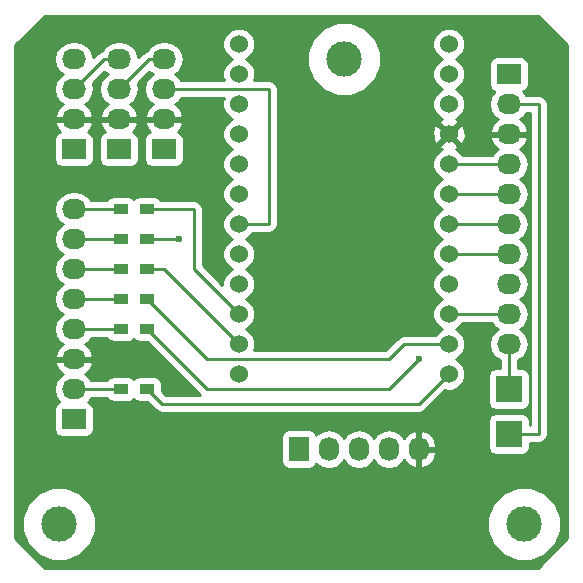
<source format=gbr>
G04 #@! TF.FileFunction,Copper,L1,Top,Signal*
%FSLAX46Y46*%
G04 Gerber Fmt 4.6, Leading zero omitted, Abs format (unit mm)*
G04 Created by KiCad (PCBNEW 4.0.2-stable) date 07.07.2016 20:55:51*
%MOMM*%
G01*
G04 APERTURE LIST*
%ADD10C,0.100000*%
%ADD11R,2.032000X1.727200*%
%ADD12O,2.032000X1.727200*%
%ADD13R,1.727200X2.032000*%
%ADD14O,1.727200X2.032000*%
%ADD15R,2.235200X2.235200*%
%ADD16R,1.200000X0.900000*%
%ADD17C,1.524000*%
%ADD18C,3.000000*%
%ADD19C,0.600000*%
%ADD20C,0.250000*%
%ADD21C,0.254000*%
G04 APERTURE END LIST*
D10*
D11*
X119380000Y-97790000D03*
D12*
X119380000Y-95250000D03*
X119380000Y-92710000D03*
X119380000Y-90170000D03*
X119380000Y-87630000D03*
X119380000Y-85090000D03*
X119380000Y-82550000D03*
X119380000Y-80010000D03*
D13*
X138430000Y-100330000D03*
D14*
X140970000Y-100330000D03*
X143510000Y-100330000D03*
X146050000Y-100330000D03*
X148590000Y-100330000D03*
D11*
X119380000Y-74930000D03*
D12*
X119380000Y-72390000D03*
X119380000Y-69850000D03*
X119380000Y-67310000D03*
D11*
X123190000Y-74930000D03*
D12*
X123190000Y-72390000D03*
X123190000Y-69850000D03*
X123190000Y-67310000D03*
D11*
X127000000Y-74930000D03*
D12*
X127000000Y-72390000D03*
X127000000Y-69850000D03*
X127000000Y-67310000D03*
D15*
X156210000Y-99060000D03*
X156210000Y-95250000D03*
D11*
X156210000Y-68580000D03*
D12*
X156210000Y-71120000D03*
X156210000Y-73660000D03*
X156210000Y-76200000D03*
X156210000Y-78740000D03*
X156210000Y-81280000D03*
X156210000Y-83820000D03*
X156210000Y-86360000D03*
X156210000Y-88900000D03*
X156210000Y-91440000D03*
D16*
X125560000Y-80010000D03*
X123360000Y-80010000D03*
X125560000Y-82550000D03*
X123360000Y-82550000D03*
X125560000Y-85090000D03*
X123360000Y-85090000D03*
X125560000Y-87630000D03*
X123360000Y-87630000D03*
X125560000Y-90170000D03*
X123360000Y-90170000D03*
X125560000Y-95250000D03*
X123360000Y-95250000D03*
D17*
X133350000Y-66040000D03*
X133350000Y-68580000D03*
X133350000Y-71120000D03*
X133350000Y-73660000D03*
X133350000Y-76200000D03*
X133350000Y-78740000D03*
X133350000Y-81280000D03*
X133350000Y-83820000D03*
X133350000Y-86360000D03*
X133350000Y-88900000D03*
X133350000Y-91440000D03*
X133350000Y-93980000D03*
X151130000Y-93980000D03*
X151130000Y-91440000D03*
X151130000Y-88900000D03*
X151130000Y-86360000D03*
X151130000Y-83820000D03*
X151130000Y-81280000D03*
X151130000Y-78740000D03*
X151130000Y-76200000D03*
X151130000Y-73660000D03*
X151130000Y-71120000D03*
X151130000Y-68580000D03*
X151130000Y-66040000D03*
D18*
X142240000Y-67310000D03*
X157480000Y-106680000D03*
X118110000Y-106680000D03*
D19*
X128270000Y-82550000D03*
X151130000Y-91440000D03*
X148590000Y-92710000D03*
D20*
X123360000Y-95250000D02*
X119380000Y-95250000D01*
X119380000Y-90170000D02*
X123360000Y-90170000D01*
X119380000Y-87630000D02*
X123360000Y-87630000D01*
X119380000Y-85090000D02*
X123190000Y-85090000D01*
X123190000Y-85090000D02*
X123360000Y-85090000D01*
X119380000Y-82550000D02*
X123360000Y-82550000D01*
X119380000Y-80010000D02*
X123360000Y-80010000D01*
X133350000Y-81280000D02*
X135890000Y-81280000D01*
X135890000Y-69850000D02*
X127000000Y-69850000D01*
X135890000Y-81280000D02*
X135890000Y-69850000D01*
X133350000Y-88900000D02*
X129540000Y-85090000D01*
X129540000Y-80010000D02*
X125560000Y-80010000D01*
X129540000Y-85090000D02*
X129540000Y-80010000D01*
X125560000Y-80010000D02*
X125730000Y-80010000D01*
X133350000Y-91440000D02*
X128270000Y-86360000D01*
X127000000Y-85090000D02*
X125560000Y-85090000D01*
X128270000Y-86360000D02*
X127000000Y-85090000D01*
X125560000Y-82550000D02*
X128270000Y-82550000D01*
X125560000Y-95250000D02*
X126830000Y-96520000D01*
X148590000Y-96520000D02*
X151130000Y-93980000D01*
X126830000Y-96520000D02*
X148590000Y-96520000D01*
X146050000Y-92710000D02*
X147320000Y-91440000D01*
X130640000Y-92710000D02*
X146050000Y-92710000D01*
X125560000Y-87630000D02*
X130640000Y-92710000D01*
X147320000Y-91440000D02*
X151130000Y-91440000D01*
X151130000Y-88900000D02*
X156210000Y-88900000D01*
X125560000Y-90170000D02*
X130640000Y-95250000D01*
X146050000Y-95250000D02*
X148590000Y-92710000D01*
X130640000Y-95250000D02*
X146050000Y-95250000D01*
X151130000Y-83820000D02*
X156210000Y-83820000D01*
X151130000Y-81280000D02*
X156210000Y-81280000D01*
X151130000Y-78740000D02*
X156210000Y-78740000D01*
X151130000Y-76200000D02*
X156210000Y-76200000D01*
X123190000Y-67310000D02*
X121920000Y-67310000D01*
X121920000Y-67310000D02*
X119380000Y-69850000D01*
X127000000Y-67310000D02*
X125730000Y-67310000D01*
X125730000Y-67310000D02*
X123190000Y-69850000D01*
X156210000Y-71120000D02*
X158750000Y-71120000D01*
X158750000Y-99060000D02*
X156210000Y-99060000D01*
X158750000Y-71120000D02*
X158750000Y-99060000D01*
X156210000Y-91440000D02*
X156210000Y-95250000D01*
D21*
G36*
X161163000Y-66092606D02*
X161163000Y-107897394D01*
X158697394Y-110363000D01*
X116892606Y-110363000D01*
X114427000Y-107897394D01*
X114427000Y-107299270D01*
X114982458Y-107299270D01*
X115457512Y-108448989D01*
X116336384Y-109329396D01*
X117485272Y-109806456D01*
X118729270Y-109807542D01*
X119878989Y-109332488D01*
X120759396Y-108453616D01*
X121236456Y-107304728D01*
X121236460Y-107299270D01*
X154352458Y-107299270D01*
X154827512Y-108448989D01*
X155706384Y-109329396D01*
X156855272Y-109806456D01*
X158099270Y-109807542D01*
X159248989Y-109332488D01*
X160129396Y-108453616D01*
X160606456Y-107304728D01*
X160607542Y-106060730D01*
X160132488Y-104911011D01*
X159253616Y-104030604D01*
X158104728Y-103553544D01*
X156860730Y-103552458D01*
X155711011Y-104027512D01*
X154830604Y-104906384D01*
X154353544Y-106055272D01*
X154352458Y-107299270D01*
X121236460Y-107299270D01*
X121237542Y-106060730D01*
X120762488Y-104911011D01*
X119883616Y-104030604D01*
X118734728Y-103553544D01*
X117490730Y-103552458D01*
X116341011Y-104027512D01*
X115460604Y-104906384D01*
X114983544Y-106055272D01*
X114982458Y-107299270D01*
X114427000Y-107299270D01*
X114427000Y-99314000D01*
X136918960Y-99314000D01*
X136918960Y-101346000D01*
X136963238Y-101581317D01*
X137102310Y-101797441D01*
X137314510Y-101942431D01*
X137566400Y-101993440D01*
X139293600Y-101993440D01*
X139528917Y-101949162D01*
X139745041Y-101810090D01*
X139890031Y-101597890D01*
X139898400Y-101556561D01*
X139910330Y-101574415D01*
X140396511Y-101899271D01*
X140970000Y-102013345D01*
X141543489Y-101899271D01*
X142029670Y-101574415D01*
X142240000Y-101259634D01*
X142450330Y-101574415D01*
X142936511Y-101899271D01*
X143510000Y-102013345D01*
X144083489Y-101899271D01*
X144569670Y-101574415D01*
X144780000Y-101259634D01*
X144990330Y-101574415D01*
X145476511Y-101899271D01*
X146050000Y-102013345D01*
X146623489Y-101899271D01*
X147109670Y-101574415D01*
X147316461Y-101264931D01*
X147687964Y-101680732D01*
X148215209Y-101934709D01*
X148230974Y-101937358D01*
X148463000Y-101816217D01*
X148463000Y-100457000D01*
X148717000Y-100457000D01*
X148717000Y-101816217D01*
X148949026Y-101937358D01*
X148964791Y-101934709D01*
X149492036Y-101680732D01*
X149881954Y-101244320D01*
X150075184Y-100691913D01*
X149930924Y-100457000D01*
X148717000Y-100457000D01*
X148463000Y-100457000D01*
X148443000Y-100457000D01*
X148443000Y-100203000D01*
X148463000Y-100203000D01*
X148463000Y-98843783D01*
X148717000Y-98843783D01*
X148717000Y-100203000D01*
X149930924Y-100203000D01*
X150075184Y-99968087D01*
X149881954Y-99415680D01*
X149492036Y-98979268D01*
X148964791Y-98725291D01*
X148949026Y-98722642D01*
X148717000Y-98843783D01*
X148463000Y-98843783D01*
X148230974Y-98722642D01*
X148215209Y-98725291D01*
X147687964Y-98979268D01*
X147316461Y-99395069D01*
X147109670Y-99085585D01*
X146623489Y-98760729D01*
X146050000Y-98646655D01*
X145476511Y-98760729D01*
X144990330Y-99085585D01*
X144780000Y-99400366D01*
X144569670Y-99085585D01*
X144083489Y-98760729D01*
X143510000Y-98646655D01*
X142936511Y-98760729D01*
X142450330Y-99085585D01*
X142240000Y-99400366D01*
X142029670Y-99085585D01*
X141543489Y-98760729D01*
X140970000Y-98646655D01*
X140396511Y-98760729D01*
X139910330Y-99085585D01*
X139900757Y-99099913D01*
X139896762Y-99078683D01*
X139757690Y-98862559D01*
X139545490Y-98717569D01*
X139293600Y-98666560D01*
X137566400Y-98666560D01*
X137331083Y-98710838D01*
X137114959Y-98849910D01*
X136969969Y-99062110D01*
X136918960Y-99314000D01*
X114427000Y-99314000D01*
X114427000Y-74066400D01*
X117716560Y-74066400D01*
X117716560Y-75793600D01*
X117760838Y-76028917D01*
X117899910Y-76245041D01*
X118112110Y-76390031D01*
X118364000Y-76441040D01*
X120396000Y-76441040D01*
X120631317Y-76396762D01*
X120847441Y-76257690D01*
X120992431Y-76045490D01*
X121043440Y-75793600D01*
X121043440Y-74066400D01*
X121526560Y-74066400D01*
X121526560Y-75793600D01*
X121570838Y-76028917D01*
X121709910Y-76245041D01*
X121922110Y-76390031D01*
X122174000Y-76441040D01*
X124206000Y-76441040D01*
X124441317Y-76396762D01*
X124657441Y-76257690D01*
X124802431Y-76045490D01*
X124853440Y-75793600D01*
X124853440Y-74066400D01*
X125336560Y-74066400D01*
X125336560Y-75793600D01*
X125380838Y-76028917D01*
X125519910Y-76245041D01*
X125732110Y-76390031D01*
X125984000Y-76441040D01*
X128016000Y-76441040D01*
X128251317Y-76396762D01*
X128467441Y-76257690D01*
X128612431Y-76045490D01*
X128663440Y-75793600D01*
X128663440Y-74066400D01*
X128619162Y-73831083D01*
X128480090Y-73614959D01*
X128267890Y-73469969D01*
X128173073Y-73450768D01*
X128350732Y-73292036D01*
X128604709Y-72764791D01*
X128607358Y-72749026D01*
X128486217Y-72517000D01*
X127127000Y-72517000D01*
X127127000Y-72537000D01*
X126873000Y-72537000D01*
X126873000Y-72517000D01*
X125513783Y-72517000D01*
X125392642Y-72749026D01*
X125395291Y-72764791D01*
X125649268Y-73292036D01*
X125824845Y-73448907D01*
X125748683Y-73463238D01*
X125532559Y-73602310D01*
X125387569Y-73814510D01*
X125336560Y-74066400D01*
X124853440Y-74066400D01*
X124809162Y-73831083D01*
X124670090Y-73614959D01*
X124457890Y-73469969D01*
X124363073Y-73450768D01*
X124540732Y-73292036D01*
X124794709Y-72764791D01*
X124797358Y-72749026D01*
X124676217Y-72517000D01*
X123317000Y-72517000D01*
X123317000Y-72537000D01*
X123063000Y-72537000D01*
X123063000Y-72517000D01*
X121703783Y-72517000D01*
X121582642Y-72749026D01*
X121585291Y-72764791D01*
X121839268Y-73292036D01*
X122014845Y-73448907D01*
X121938683Y-73463238D01*
X121722559Y-73602310D01*
X121577569Y-73814510D01*
X121526560Y-74066400D01*
X121043440Y-74066400D01*
X120999162Y-73831083D01*
X120860090Y-73614959D01*
X120647890Y-73469969D01*
X120553073Y-73450768D01*
X120730732Y-73292036D01*
X120984709Y-72764791D01*
X120987358Y-72749026D01*
X120866217Y-72517000D01*
X119507000Y-72517000D01*
X119507000Y-72537000D01*
X119253000Y-72537000D01*
X119253000Y-72517000D01*
X117893783Y-72517000D01*
X117772642Y-72749026D01*
X117775291Y-72764791D01*
X118029268Y-73292036D01*
X118204845Y-73448907D01*
X118128683Y-73463238D01*
X117912559Y-73602310D01*
X117767569Y-73814510D01*
X117716560Y-74066400D01*
X114427000Y-74066400D01*
X114427000Y-67310000D01*
X117696655Y-67310000D01*
X117810729Y-67883489D01*
X118135585Y-68369670D01*
X118450366Y-68580000D01*
X118135585Y-68790330D01*
X117810729Y-69276511D01*
X117696655Y-69850000D01*
X117810729Y-70423489D01*
X118135585Y-70909670D01*
X118445069Y-71116461D01*
X118029268Y-71487964D01*
X117775291Y-72015209D01*
X117772642Y-72030974D01*
X117893783Y-72263000D01*
X119253000Y-72263000D01*
X119253000Y-72243000D01*
X119507000Y-72243000D01*
X119507000Y-72263000D01*
X120866217Y-72263000D01*
X120987358Y-72030974D01*
X120984709Y-72015209D01*
X120730732Y-71487964D01*
X120314931Y-71116461D01*
X120624415Y-70909670D01*
X120949271Y-70423489D01*
X121063345Y-69850000D01*
X120962381Y-69342421D01*
X121941398Y-68363404D01*
X121945585Y-68369670D01*
X122260366Y-68580000D01*
X121945585Y-68790330D01*
X121620729Y-69276511D01*
X121506655Y-69850000D01*
X121620729Y-70423489D01*
X121945585Y-70909670D01*
X122255069Y-71116461D01*
X121839268Y-71487964D01*
X121585291Y-72015209D01*
X121582642Y-72030974D01*
X121703783Y-72263000D01*
X123063000Y-72263000D01*
X123063000Y-72243000D01*
X123317000Y-72243000D01*
X123317000Y-72263000D01*
X124676217Y-72263000D01*
X124797358Y-72030974D01*
X124794709Y-72015209D01*
X124540732Y-71487964D01*
X124124931Y-71116461D01*
X124434415Y-70909670D01*
X124759271Y-70423489D01*
X124873345Y-69850000D01*
X124772381Y-69342421D01*
X125751398Y-68363404D01*
X125755585Y-68369670D01*
X126070366Y-68580000D01*
X125755585Y-68790330D01*
X125430729Y-69276511D01*
X125316655Y-69850000D01*
X125430729Y-70423489D01*
X125755585Y-70909670D01*
X126065069Y-71116461D01*
X125649268Y-71487964D01*
X125395291Y-72015209D01*
X125392642Y-72030974D01*
X125513783Y-72263000D01*
X126873000Y-72263000D01*
X126873000Y-72243000D01*
X127127000Y-72243000D01*
X127127000Y-72263000D01*
X128486217Y-72263000D01*
X128607358Y-72030974D01*
X128604709Y-72015209D01*
X128350732Y-71487964D01*
X127934931Y-71116461D01*
X128244415Y-70909670D01*
X128444648Y-70610000D01*
X132049121Y-70610000D01*
X131953243Y-70840900D01*
X131952758Y-71396661D01*
X132164990Y-71910303D01*
X132557630Y-72303629D01*
X132765512Y-72389949D01*
X132559697Y-72474990D01*
X132166371Y-72867630D01*
X131953243Y-73380900D01*
X131952758Y-73936661D01*
X132164990Y-74450303D01*
X132557630Y-74843629D01*
X132765512Y-74929949D01*
X132559697Y-75014990D01*
X132166371Y-75407630D01*
X131953243Y-75920900D01*
X131952758Y-76476661D01*
X132164990Y-76990303D01*
X132557630Y-77383629D01*
X132765512Y-77469949D01*
X132559697Y-77554990D01*
X132166371Y-77947630D01*
X131953243Y-78460900D01*
X131952758Y-79016661D01*
X132164990Y-79530303D01*
X132557630Y-79923629D01*
X132765512Y-80009949D01*
X132559697Y-80094990D01*
X132166371Y-80487630D01*
X131953243Y-81000900D01*
X131952758Y-81556661D01*
X132164990Y-82070303D01*
X132557630Y-82463629D01*
X132765512Y-82549949D01*
X132559697Y-82634990D01*
X132166371Y-83027630D01*
X131953243Y-83540900D01*
X131952758Y-84096661D01*
X132164990Y-84610303D01*
X132557630Y-85003629D01*
X132765512Y-85089949D01*
X132559697Y-85174990D01*
X132166371Y-85567630D01*
X131953243Y-86080900D01*
X131952940Y-86428138D01*
X130300000Y-84775198D01*
X130300000Y-80010000D01*
X130242148Y-79719161D01*
X130077401Y-79472599D01*
X129830839Y-79307852D01*
X129540000Y-79250000D01*
X126715105Y-79250000D01*
X126624090Y-79108559D01*
X126411890Y-78963569D01*
X126160000Y-78912560D01*
X124960000Y-78912560D01*
X124724683Y-78956838D01*
X124508559Y-79095910D01*
X124460866Y-79165711D01*
X124424090Y-79108559D01*
X124211890Y-78963569D01*
X123960000Y-78912560D01*
X122760000Y-78912560D01*
X122524683Y-78956838D01*
X122308559Y-79095910D01*
X122203274Y-79250000D01*
X120824648Y-79250000D01*
X120624415Y-78950330D01*
X120138234Y-78625474D01*
X119564745Y-78511400D01*
X119195255Y-78511400D01*
X118621766Y-78625474D01*
X118135585Y-78950330D01*
X117810729Y-79436511D01*
X117696655Y-80010000D01*
X117810729Y-80583489D01*
X118135585Y-81069670D01*
X118450366Y-81280000D01*
X118135585Y-81490330D01*
X117810729Y-81976511D01*
X117696655Y-82550000D01*
X117810729Y-83123489D01*
X118135585Y-83609670D01*
X118450366Y-83820000D01*
X118135585Y-84030330D01*
X117810729Y-84516511D01*
X117696655Y-85090000D01*
X117810729Y-85663489D01*
X118135585Y-86149670D01*
X118450366Y-86360000D01*
X118135585Y-86570330D01*
X117810729Y-87056511D01*
X117696655Y-87630000D01*
X117810729Y-88203489D01*
X118135585Y-88689670D01*
X118450366Y-88900000D01*
X118135585Y-89110330D01*
X117810729Y-89596511D01*
X117696655Y-90170000D01*
X117810729Y-90743489D01*
X118135585Y-91229670D01*
X118445069Y-91436461D01*
X118029268Y-91807964D01*
X117775291Y-92335209D01*
X117772642Y-92350974D01*
X117893783Y-92583000D01*
X119253000Y-92583000D01*
X119253000Y-92563000D01*
X119507000Y-92563000D01*
X119507000Y-92583000D01*
X120866217Y-92583000D01*
X120987358Y-92350974D01*
X120984709Y-92335209D01*
X120730732Y-91807964D01*
X120314931Y-91436461D01*
X120624415Y-91229670D01*
X120824648Y-90930000D01*
X122204895Y-90930000D01*
X122295910Y-91071441D01*
X122508110Y-91216431D01*
X122760000Y-91267440D01*
X123960000Y-91267440D01*
X124195317Y-91223162D01*
X124411441Y-91084090D01*
X124459134Y-91014289D01*
X124495910Y-91071441D01*
X124708110Y-91216431D01*
X124960000Y-91267440D01*
X125582638Y-91267440D01*
X130075198Y-95760000D01*
X127144802Y-95760000D01*
X126807440Y-95422638D01*
X126807440Y-94800000D01*
X126763162Y-94564683D01*
X126624090Y-94348559D01*
X126411890Y-94203569D01*
X126160000Y-94152560D01*
X124960000Y-94152560D01*
X124724683Y-94196838D01*
X124508559Y-94335910D01*
X124460866Y-94405711D01*
X124424090Y-94348559D01*
X124211890Y-94203569D01*
X123960000Y-94152560D01*
X122760000Y-94152560D01*
X122524683Y-94196838D01*
X122308559Y-94335910D01*
X122203274Y-94490000D01*
X120824648Y-94490000D01*
X120624415Y-94190330D01*
X120314931Y-93983539D01*
X120730732Y-93612036D01*
X120984709Y-93084791D01*
X120987358Y-93069026D01*
X120866217Y-92837000D01*
X119507000Y-92837000D01*
X119507000Y-92857000D01*
X119253000Y-92857000D01*
X119253000Y-92837000D01*
X117893783Y-92837000D01*
X117772642Y-93069026D01*
X117775291Y-93084791D01*
X118029268Y-93612036D01*
X118445069Y-93983539D01*
X118135585Y-94190330D01*
X117810729Y-94676511D01*
X117696655Y-95250000D01*
X117810729Y-95823489D01*
X118135585Y-96309670D01*
X118149913Y-96319243D01*
X118128683Y-96323238D01*
X117912559Y-96462310D01*
X117767569Y-96674510D01*
X117716560Y-96926400D01*
X117716560Y-98653600D01*
X117760838Y-98888917D01*
X117899910Y-99105041D01*
X118112110Y-99250031D01*
X118364000Y-99301040D01*
X120396000Y-99301040D01*
X120631317Y-99256762D01*
X120847441Y-99117690D01*
X120992431Y-98905490D01*
X121043440Y-98653600D01*
X121043440Y-97942400D01*
X154444960Y-97942400D01*
X154444960Y-100177600D01*
X154489238Y-100412917D01*
X154628310Y-100629041D01*
X154840510Y-100774031D01*
X155092400Y-100825040D01*
X157327600Y-100825040D01*
X157562917Y-100780762D01*
X157779041Y-100641690D01*
X157924031Y-100429490D01*
X157975040Y-100177600D01*
X157975040Y-99820000D01*
X158750000Y-99820000D01*
X159040839Y-99762148D01*
X159287401Y-99597401D01*
X159452148Y-99350839D01*
X159510000Y-99060000D01*
X159510000Y-71120000D01*
X159452148Y-70829161D01*
X159287401Y-70582599D01*
X159040839Y-70417852D01*
X158750000Y-70360000D01*
X157654648Y-70360000D01*
X157454415Y-70060330D01*
X157440087Y-70050757D01*
X157461317Y-70046762D01*
X157677441Y-69907690D01*
X157822431Y-69695490D01*
X157873440Y-69443600D01*
X157873440Y-67716400D01*
X157829162Y-67481083D01*
X157690090Y-67264959D01*
X157477890Y-67119969D01*
X157226000Y-67068960D01*
X155194000Y-67068960D01*
X154958683Y-67113238D01*
X154742559Y-67252310D01*
X154597569Y-67464510D01*
X154546560Y-67716400D01*
X154546560Y-69443600D01*
X154590838Y-69678917D01*
X154729910Y-69895041D01*
X154942110Y-70040031D01*
X154983439Y-70048400D01*
X154965585Y-70060330D01*
X154640729Y-70546511D01*
X154526655Y-71120000D01*
X154640729Y-71693489D01*
X154965585Y-72179670D01*
X155275069Y-72386461D01*
X154859268Y-72757964D01*
X154605291Y-73285209D01*
X154602642Y-73300974D01*
X154723783Y-73533000D01*
X156083000Y-73533000D01*
X156083000Y-73513000D01*
X156337000Y-73513000D01*
X156337000Y-73533000D01*
X157696217Y-73533000D01*
X157817358Y-73300974D01*
X157814709Y-73285209D01*
X157560732Y-72757964D01*
X157144931Y-72386461D01*
X157454415Y-72179670D01*
X157654648Y-71880000D01*
X157990000Y-71880000D01*
X157990000Y-98300000D01*
X157975040Y-98300000D01*
X157975040Y-97942400D01*
X157930762Y-97707083D01*
X157791690Y-97490959D01*
X157579490Y-97345969D01*
X157327600Y-97294960D01*
X155092400Y-97294960D01*
X154857083Y-97339238D01*
X154640959Y-97478310D01*
X154495969Y-97690510D01*
X154444960Y-97942400D01*
X121043440Y-97942400D01*
X121043440Y-96926400D01*
X120999162Y-96691083D01*
X120860090Y-96474959D01*
X120647890Y-96329969D01*
X120606561Y-96321600D01*
X120624415Y-96309670D01*
X120824648Y-96010000D01*
X122204895Y-96010000D01*
X122295910Y-96151441D01*
X122508110Y-96296431D01*
X122760000Y-96347440D01*
X123960000Y-96347440D01*
X124195317Y-96303162D01*
X124411441Y-96164090D01*
X124459134Y-96094289D01*
X124495910Y-96151441D01*
X124708110Y-96296431D01*
X124960000Y-96347440D01*
X125582638Y-96347440D01*
X126292599Y-97057401D01*
X126539160Y-97222148D01*
X126830000Y-97280000D01*
X148590000Y-97280000D01*
X148880839Y-97222148D01*
X149127401Y-97057401D01*
X150820619Y-95364183D01*
X150850900Y-95376757D01*
X151406661Y-95377242D01*
X151920303Y-95165010D01*
X152313629Y-94772370D01*
X152526757Y-94259100D01*
X152527242Y-93703339D01*
X152315010Y-93189697D01*
X151922370Y-92796371D01*
X151714488Y-92710051D01*
X151920303Y-92625010D01*
X152313629Y-92232370D01*
X152526757Y-91719100D01*
X152527242Y-91163339D01*
X152315010Y-90649697D01*
X151922370Y-90256371D01*
X151714488Y-90170051D01*
X151920303Y-90085010D01*
X152313629Y-89692370D01*
X152327070Y-89660000D01*
X154765352Y-89660000D01*
X154965585Y-89959670D01*
X155280366Y-90170000D01*
X154965585Y-90380330D01*
X154640729Y-90866511D01*
X154526655Y-91440000D01*
X154640729Y-92013489D01*
X154965585Y-92499670D01*
X155450000Y-92823346D01*
X155450000Y-93484960D01*
X155092400Y-93484960D01*
X154857083Y-93529238D01*
X154640959Y-93668310D01*
X154495969Y-93880510D01*
X154444960Y-94132400D01*
X154444960Y-96367600D01*
X154489238Y-96602917D01*
X154628310Y-96819041D01*
X154840510Y-96964031D01*
X155092400Y-97015040D01*
X157327600Y-97015040D01*
X157562917Y-96970762D01*
X157779041Y-96831690D01*
X157924031Y-96619490D01*
X157975040Y-96367600D01*
X157975040Y-94132400D01*
X157930762Y-93897083D01*
X157791690Y-93680959D01*
X157579490Y-93535969D01*
X157327600Y-93484960D01*
X156970000Y-93484960D01*
X156970000Y-92823346D01*
X157454415Y-92499670D01*
X157779271Y-92013489D01*
X157893345Y-91440000D01*
X157779271Y-90866511D01*
X157454415Y-90380330D01*
X157139634Y-90170000D01*
X157454415Y-89959670D01*
X157779271Y-89473489D01*
X157893345Y-88900000D01*
X157779271Y-88326511D01*
X157454415Y-87840330D01*
X157139634Y-87630000D01*
X157454415Y-87419670D01*
X157779271Y-86933489D01*
X157893345Y-86360000D01*
X157779271Y-85786511D01*
X157454415Y-85300330D01*
X157139634Y-85090000D01*
X157454415Y-84879670D01*
X157779271Y-84393489D01*
X157893345Y-83820000D01*
X157779271Y-83246511D01*
X157454415Y-82760330D01*
X157139634Y-82550000D01*
X157454415Y-82339670D01*
X157779271Y-81853489D01*
X157893345Y-81280000D01*
X157779271Y-80706511D01*
X157454415Y-80220330D01*
X157139634Y-80010000D01*
X157454415Y-79799670D01*
X157779271Y-79313489D01*
X157893345Y-78740000D01*
X157779271Y-78166511D01*
X157454415Y-77680330D01*
X157139634Y-77470000D01*
X157454415Y-77259670D01*
X157779271Y-76773489D01*
X157893345Y-76200000D01*
X157779271Y-75626511D01*
X157454415Y-75140330D01*
X157144931Y-74933539D01*
X157560732Y-74562036D01*
X157814709Y-74034791D01*
X157817358Y-74019026D01*
X157696217Y-73787000D01*
X156337000Y-73787000D01*
X156337000Y-73807000D01*
X156083000Y-73807000D01*
X156083000Y-73787000D01*
X154723783Y-73787000D01*
X154602642Y-74019026D01*
X154605291Y-74034791D01*
X154859268Y-74562036D01*
X155275069Y-74933539D01*
X154965585Y-75140330D01*
X154765352Y-75440000D01*
X152327531Y-75440000D01*
X152315010Y-75409697D01*
X151922370Y-75016371D01*
X151730273Y-74936605D01*
X151861143Y-74882397D01*
X151930608Y-74640213D01*
X151130000Y-73839605D01*
X150329392Y-74640213D01*
X150398857Y-74882397D01*
X150539318Y-74932509D01*
X150339697Y-75014990D01*
X149946371Y-75407630D01*
X149733243Y-75920900D01*
X149732758Y-76476661D01*
X149944990Y-76990303D01*
X150337630Y-77383629D01*
X150545512Y-77469949D01*
X150339697Y-77554990D01*
X149946371Y-77947630D01*
X149733243Y-78460900D01*
X149732758Y-79016661D01*
X149944990Y-79530303D01*
X150337630Y-79923629D01*
X150545512Y-80009949D01*
X150339697Y-80094990D01*
X149946371Y-80487630D01*
X149733243Y-81000900D01*
X149732758Y-81556661D01*
X149944990Y-82070303D01*
X150337630Y-82463629D01*
X150545512Y-82549949D01*
X150339697Y-82634990D01*
X149946371Y-83027630D01*
X149733243Y-83540900D01*
X149732758Y-84096661D01*
X149944990Y-84610303D01*
X150337630Y-85003629D01*
X150545512Y-85089949D01*
X150339697Y-85174990D01*
X149946371Y-85567630D01*
X149733243Y-86080900D01*
X149732758Y-86636661D01*
X149944990Y-87150303D01*
X150337630Y-87543629D01*
X150545512Y-87629949D01*
X150339697Y-87714990D01*
X149946371Y-88107630D01*
X149733243Y-88620900D01*
X149732758Y-89176661D01*
X149944990Y-89690303D01*
X150337630Y-90083629D01*
X150545512Y-90169949D01*
X150339697Y-90254990D01*
X149946371Y-90647630D01*
X149932930Y-90680000D01*
X147320000Y-90680000D01*
X147029160Y-90737852D01*
X146782599Y-90902599D01*
X145735198Y-91950000D01*
X134650879Y-91950000D01*
X134746757Y-91719100D01*
X134747242Y-91163339D01*
X134535010Y-90649697D01*
X134142370Y-90256371D01*
X133934488Y-90170051D01*
X134140303Y-90085010D01*
X134533629Y-89692370D01*
X134746757Y-89179100D01*
X134747242Y-88623339D01*
X134535010Y-88109697D01*
X134142370Y-87716371D01*
X133934488Y-87630051D01*
X134140303Y-87545010D01*
X134533629Y-87152370D01*
X134746757Y-86639100D01*
X134747242Y-86083339D01*
X134535010Y-85569697D01*
X134142370Y-85176371D01*
X133934488Y-85090051D01*
X134140303Y-85005010D01*
X134533629Y-84612370D01*
X134746757Y-84099100D01*
X134747242Y-83543339D01*
X134535010Y-83029697D01*
X134142370Y-82636371D01*
X133934488Y-82550051D01*
X134140303Y-82465010D01*
X134533629Y-82072370D01*
X134547070Y-82040000D01*
X135890000Y-82040000D01*
X136180839Y-81982148D01*
X136427401Y-81817401D01*
X136592148Y-81570839D01*
X136650000Y-81280000D01*
X136650000Y-73452302D01*
X149720856Y-73452302D01*
X149748638Y-74007368D01*
X149907603Y-74391143D01*
X150149787Y-74460608D01*
X150950395Y-73660000D01*
X151309605Y-73660000D01*
X152110213Y-74460608D01*
X152352397Y-74391143D01*
X152539144Y-73867698D01*
X152511362Y-73312632D01*
X152352397Y-72928857D01*
X152110213Y-72859392D01*
X151309605Y-73660000D01*
X150950395Y-73660000D01*
X150149787Y-72859392D01*
X149907603Y-72928857D01*
X149720856Y-73452302D01*
X136650000Y-73452302D01*
X136650000Y-69850000D01*
X136592148Y-69559161D01*
X136427401Y-69312599D01*
X136180839Y-69147852D01*
X135890000Y-69090000D01*
X134650879Y-69090000D01*
X134746757Y-68859100D01*
X134747242Y-68303339D01*
X134592681Y-67929270D01*
X139112458Y-67929270D01*
X139587512Y-69078989D01*
X140466384Y-69959396D01*
X141615272Y-70436456D01*
X142859270Y-70437542D01*
X144008989Y-69962488D01*
X144889396Y-69083616D01*
X145366456Y-67934728D01*
X145367542Y-66690730D01*
X145212980Y-66316661D01*
X149732758Y-66316661D01*
X149944990Y-66830303D01*
X150337630Y-67223629D01*
X150545512Y-67309949D01*
X150339697Y-67394990D01*
X149946371Y-67787630D01*
X149733243Y-68300900D01*
X149732758Y-68856661D01*
X149944990Y-69370303D01*
X150337630Y-69763629D01*
X150545512Y-69849949D01*
X150339697Y-69934990D01*
X149946371Y-70327630D01*
X149733243Y-70840900D01*
X149732758Y-71396661D01*
X149944990Y-71910303D01*
X150337630Y-72303629D01*
X150529727Y-72383395D01*
X150398857Y-72437603D01*
X150329392Y-72679787D01*
X151130000Y-73480395D01*
X151930608Y-72679787D01*
X151861143Y-72437603D01*
X151720682Y-72387491D01*
X151920303Y-72305010D01*
X152313629Y-71912370D01*
X152526757Y-71399100D01*
X152527242Y-70843339D01*
X152315010Y-70329697D01*
X151922370Y-69936371D01*
X151714488Y-69850051D01*
X151920303Y-69765010D01*
X152313629Y-69372370D01*
X152526757Y-68859100D01*
X152527242Y-68303339D01*
X152315010Y-67789697D01*
X151922370Y-67396371D01*
X151714488Y-67310051D01*
X151920303Y-67225010D01*
X152313629Y-66832370D01*
X152526757Y-66319100D01*
X152527242Y-65763339D01*
X152315010Y-65249697D01*
X151922370Y-64856371D01*
X151409100Y-64643243D01*
X150853339Y-64642758D01*
X150339697Y-64854990D01*
X149946371Y-65247630D01*
X149733243Y-65760900D01*
X149732758Y-66316661D01*
X145212980Y-66316661D01*
X144892488Y-65541011D01*
X144013616Y-64660604D01*
X142864728Y-64183544D01*
X141620730Y-64182458D01*
X140471011Y-64657512D01*
X139590604Y-65536384D01*
X139113544Y-66685272D01*
X139112458Y-67929270D01*
X134592681Y-67929270D01*
X134535010Y-67789697D01*
X134142370Y-67396371D01*
X133934488Y-67310051D01*
X134140303Y-67225010D01*
X134533629Y-66832370D01*
X134746757Y-66319100D01*
X134747242Y-65763339D01*
X134535010Y-65249697D01*
X134142370Y-64856371D01*
X133629100Y-64643243D01*
X133073339Y-64642758D01*
X132559697Y-64854990D01*
X132166371Y-65247630D01*
X131953243Y-65760900D01*
X131952758Y-66316661D01*
X132164990Y-66830303D01*
X132557630Y-67223629D01*
X132765512Y-67309949D01*
X132559697Y-67394990D01*
X132166371Y-67787630D01*
X131953243Y-68300900D01*
X131952758Y-68856661D01*
X132049171Y-69090000D01*
X128444648Y-69090000D01*
X128244415Y-68790330D01*
X127929634Y-68580000D01*
X128244415Y-68369670D01*
X128569271Y-67883489D01*
X128683345Y-67310000D01*
X128569271Y-66736511D01*
X128244415Y-66250330D01*
X127758234Y-65925474D01*
X127184745Y-65811400D01*
X126815255Y-65811400D01*
X126241766Y-65925474D01*
X125755585Y-66250330D01*
X125528581Y-66590065D01*
X125487414Y-66598254D01*
X125439160Y-66607852D01*
X125192599Y-66772599D01*
X124837152Y-67128046D01*
X124759271Y-66736511D01*
X124434415Y-66250330D01*
X123948234Y-65925474D01*
X123374745Y-65811400D01*
X123005255Y-65811400D01*
X122431766Y-65925474D01*
X121945585Y-66250330D01*
X121718581Y-66590065D01*
X121677414Y-66598254D01*
X121629160Y-66607852D01*
X121382599Y-66772599D01*
X121027152Y-67128046D01*
X120949271Y-66736511D01*
X120624415Y-66250330D01*
X120138234Y-65925474D01*
X119564745Y-65811400D01*
X119195255Y-65811400D01*
X118621766Y-65925474D01*
X118135585Y-66250330D01*
X117810729Y-66736511D01*
X117696655Y-67310000D01*
X114427000Y-67310000D01*
X114427000Y-66092606D01*
X116892606Y-63627000D01*
X158697394Y-63627000D01*
X161163000Y-66092606D01*
X161163000Y-66092606D01*
G37*
X161163000Y-66092606D02*
X161163000Y-107897394D01*
X158697394Y-110363000D01*
X116892606Y-110363000D01*
X114427000Y-107897394D01*
X114427000Y-107299270D01*
X114982458Y-107299270D01*
X115457512Y-108448989D01*
X116336384Y-109329396D01*
X117485272Y-109806456D01*
X118729270Y-109807542D01*
X119878989Y-109332488D01*
X120759396Y-108453616D01*
X121236456Y-107304728D01*
X121236460Y-107299270D01*
X154352458Y-107299270D01*
X154827512Y-108448989D01*
X155706384Y-109329396D01*
X156855272Y-109806456D01*
X158099270Y-109807542D01*
X159248989Y-109332488D01*
X160129396Y-108453616D01*
X160606456Y-107304728D01*
X160607542Y-106060730D01*
X160132488Y-104911011D01*
X159253616Y-104030604D01*
X158104728Y-103553544D01*
X156860730Y-103552458D01*
X155711011Y-104027512D01*
X154830604Y-104906384D01*
X154353544Y-106055272D01*
X154352458Y-107299270D01*
X121236460Y-107299270D01*
X121237542Y-106060730D01*
X120762488Y-104911011D01*
X119883616Y-104030604D01*
X118734728Y-103553544D01*
X117490730Y-103552458D01*
X116341011Y-104027512D01*
X115460604Y-104906384D01*
X114983544Y-106055272D01*
X114982458Y-107299270D01*
X114427000Y-107299270D01*
X114427000Y-99314000D01*
X136918960Y-99314000D01*
X136918960Y-101346000D01*
X136963238Y-101581317D01*
X137102310Y-101797441D01*
X137314510Y-101942431D01*
X137566400Y-101993440D01*
X139293600Y-101993440D01*
X139528917Y-101949162D01*
X139745041Y-101810090D01*
X139890031Y-101597890D01*
X139898400Y-101556561D01*
X139910330Y-101574415D01*
X140396511Y-101899271D01*
X140970000Y-102013345D01*
X141543489Y-101899271D01*
X142029670Y-101574415D01*
X142240000Y-101259634D01*
X142450330Y-101574415D01*
X142936511Y-101899271D01*
X143510000Y-102013345D01*
X144083489Y-101899271D01*
X144569670Y-101574415D01*
X144780000Y-101259634D01*
X144990330Y-101574415D01*
X145476511Y-101899271D01*
X146050000Y-102013345D01*
X146623489Y-101899271D01*
X147109670Y-101574415D01*
X147316461Y-101264931D01*
X147687964Y-101680732D01*
X148215209Y-101934709D01*
X148230974Y-101937358D01*
X148463000Y-101816217D01*
X148463000Y-100457000D01*
X148717000Y-100457000D01*
X148717000Y-101816217D01*
X148949026Y-101937358D01*
X148964791Y-101934709D01*
X149492036Y-101680732D01*
X149881954Y-101244320D01*
X150075184Y-100691913D01*
X149930924Y-100457000D01*
X148717000Y-100457000D01*
X148463000Y-100457000D01*
X148443000Y-100457000D01*
X148443000Y-100203000D01*
X148463000Y-100203000D01*
X148463000Y-98843783D01*
X148717000Y-98843783D01*
X148717000Y-100203000D01*
X149930924Y-100203000D01*
X150075184Y-99968087D01*
X149881954Y-99415680D01*
X149492036Y-98979268D01*
X148964791Y-98725291D01*
X148949026Y-98722642D01*
X148717000Y-98843783D01*
X148463000Y-98843783D01*
X148230974Y-98722642D01*
X148215209Y-98725291D01*
X147687964Y-98979268D01*
X147316461Y-99395069D01*
X147109670Y-99085585D01*
X146623489Y-98760729D01*
X146050000Y-98646655D01*
X145476511Y-98760729D01*
X144990330Y-99085585D01*
X144780000Y-99400366D01*
X144569670Y-99085585D01*
X144083489Y-98760729D01*
X143510000Y-98646655D01*
X142936511Y-98760729D01*
X142450330Y-99085585D01*
X142240000Y-99400366D01*
X142029670Y-99085585D01*
X141543489Y-98760729D01*
X140970000Y-98646655D01*
X140396511Y-98760729D01*
X139910330Y-99085585D01*
X139900757Y-99099913D01*
X139896762Y-99078683D01*
X139757690Y-98862559D01*
X139545490Y-98717569D01*
X139293600Y-98666560D01*
X137566400Y-98666560D01*
X137331083Y-98710838D01*
X137114959Y-98849910D01*
X136969969Y-99062110D01*
X136918960Y-99314000D01*
X114427000Y-99314000D01*
X114427000Y-74066400D01*
X117716560Y-74066400D01*
X117716560Y-75793600D01*
X117760838Y-76028917D01*
X117899910Y-76245041D01*
X118112110Y-76390031D01*
X118364000Y-76441040D01*
X120396000Y-76441040D01*
X120631317Y-76396762D01*
X120847441Y-76257690D01*
X120992431Y-76045490D01*
X121043440Y-75793600D01*
X121043440Y-74066400D01*
X121526560Y-74066400D01*
X121526560Y-75793600D01*
X121570838Y-76028917D01*
X121709910Y-76245041D01*
X121922110Y-76390031D01*
X122174000Y-76441040D01*
X124206000Y-76441040D01*
X124441317Y-76396762D01*
X124657441Y-76257690D01*
X124802431Y-76045490D01*
X124853440Y-75793600D01*
X124853440Y-74066400D01*
X125336560Y-74066400D01*
X125336560Y-75793600D01*
X125380838Y-76028917D01*
X125519910Y-76245041D01*
X125732110Y-76390031D01*
X125984000Y-76441040D01*
X128016000Y-76441040D01*
X128251317Y-76396762D01*
X128467441Y-76257690D01*
X128612431Y-76045490D01*
X128663440Y-75793600D01*
X128663440Y-74066400D01*
X128619162Y-73831083D01*
X128480090Y-73614959D01*
X128267890Y-73469969D01*
X128173073Y-73450768D01*
X128350732Y-73292036D01*
X128604709Y-72764791D01*
X128607358Y-72749026D01*
X128486217Y-72517000D01*
X127127000Y-72517000D01*
X127127000Y-72537000D01*
X126873000Y-72537000D01*
X126873000Y-72517000D01*
X125513783Y-72517000D01*
X125392642Y-72749026D01*
X125395291Y-72764791D01*
X125649268Y-73292036D01*
X125824845Y-73448907D01*
X125748683Y-73463238D01*
X125532559Y-73602310D01*
X125387569Y-73814510D01*
X125336560Y-74066400D01*
X124853440Y-74066400D01*
X124809162Y-73831083D01*
X124670090Y-73614959D01*
X124457890Y-73469969D01*
X124363073Y-73450768D01*
X124540732Y-73292036D01*
X124794709Y-72764791D01*
X124797358Y-72749026D01*
X124676217Y-72517000D01*
X123317000Y-72517000D01*
X123317000Y-72537000D01*
X123063000Y-72537000D01*
X123063000Y-72517000D01*
X121703783Y-72517000D01*
X121582642Y-72749026D01*
X121585291Y-72764791D01*
X121839268Y-73292036D01*
X122014845Y-73448907D01*
X121938683Y-73463238D01*
X121722559Y-73602310D01*
X121577569Y-73814510D01*
X121526560Y-74066400D01*
X121043440Y-74066400D01*
X120999162Y-73831083D01*
X120860090Y-73614959D01*
X120647890Y-73469969D01*
X120553073Y-73450768D01*
X120730732Y-73292036D01*
X120984709Y-72764791D01*
X120987358Y-72749026D01*
X120866217Y-72517000D01*
X119507000Y-72517000D01*
X119507000Y-72537000D01*
X119253000Y-72537000D01*
X119253000Y-72517000D01*
X117893783Y-72517000D01*
X117772642Y-72749026D01*
X117775291Y-72764791D01*
X118029268Y-73292036D01*
X118204845Y-73448907D01*
X118128683Y-73463238D01*
X117912559Y-73602310D01*
X117767569Y-73814510D01*
X117716560Y-74066400D01*
X114427000Y-74066400D01*
X114427000Y-67310000D01*
X117696655Y-67310000D01*
X117810729Y-67883489D01*
X118135585Y-68369670D01*
X118450366Y-68580000D01*
X118135585Y-68790330D01*
X117810729Y-69276511D01*
X117696655Y-69850000D01*
X117810729Y-70423489D01*
X118135585Y-70909670D01*
X118445069Y-71116461D01*
X118029268Y-71487964D01*
X117775291Y-72015209D01*
X117772642Y-72030974D01*
X117893783Y-72263000D01*
X119253000Y-72263000D01*
X119253000Y-72243000D01*
X119507000Y-72243000D01*
X119507000Y-72263000D01*
X120866217Y-72263000D01*
X120987358Y-72030974D01*
X120984709Y-72015209D01*
X120730732Y-71487964D01*
X120314931Y-71116461D01*
X120624415Y-70909670D01*
X120949271Y-70423489D01*
X121063345Y-69850000D01*
X120962381Y-69342421D01*
X121941398Y-68363404D01*
X121945585Y-68369670D01*
X122260366Y-68580000D01*
X121945585Y-68790330D01*
X121620729Y-69276511D01*
X121506655Y-69850000D01*
X121620729Y-70423489D01*
X121945585Y-70909670D01*
X122255069Y-71116461D01*
X121839268Y-71487964D01*
X121585291Y-72015209D01*
X121582642Y-72030974D01*
X121703783Y-72263000D01*
X123063000Y-72263000D01*
X123063000Y-72243000D01*
X123317000Y-72243000D01*
X123317000Y-72263000D01*
X124676217Y-72263000D01*
X124797358Y-72030974D01*
X124794709Y-72015209D01*
X124540732Y-71487964D01*
X124124931Y-71116461D01*
X124434415Y-70909670D01*
X124759271Y-70423489D01*
X124873345Y-69850000D01*
X124772381Y-69342421D01*
X125751398Y-68363404D01*
X125755585Y-68369670D01*
X126070366Y-68580000D01*
X125755585Y-68790330D01*
X125430729Y-69276511D01*
X125316655Y-69850000D01*
X125430729Y-70423489D01*
X125755585Y-70909670D01*
X126065069Y-71116461D01*
X125649268Y-71487964D01*
X125395291Y-72015209D01*
X125392642Y-72030974D01*
X125513783Y-72263000D01*
X126873000Y-72263000D01*
X126873000Y-72243000D01*
X127127000Y-72243000D01*
X127127000Y-72263000D01*
X128486217Y-72263000D01*
X128607358Y-72030974D01*
X128604709Y-72015209D01*
X128350732Y-71487964D01*
X127934931Y-71116461D01*
X128244415Y-70909670D01*
X128444648Y-70610000D01*
X132049121Y-70610000D01*
X131953243Y-70840900D01*
X131952758Y-71396661D01*
X132164990Y-71910303D01*
X132557630Y-72303629D01*
X132765512Y-72389949D01*
X132559697Y-72474990D01*
X132166371Y-72867630D01*
X131953243Y-73380900D01*
X131952758Y-73936661D01*
X132164990Y-74450303D01*
X132557630Y-74843629D01*
X132765512Y-74929949D01*
X132559697Y-75014990D01*
X132166371Y-75407630D01*
X131953243Y-75920900D01*
X131952758Y-76476661D01*
X132164990Y-76990303D01*
X132557630Y-77383629D01*
X132765512Y-77469949D01*
X132559697Y-77554990D01*
X132166371Y-77947630D01*
X131953243Y-78460900D01*
X131952758Y-79016661D01*
X132164990Y-79530303D01*
X132557630Y-79923629D01*
X132765512Y-80009949D01*
X132559697Y-80094990D01*
X132166371Y-80487630D01*
X131953243Y-81000900D01*
X131952758Y-81556661D01*
X132164990Y-82070303D01*
X132557630Y-82463629D01*
X132765512Y-82549949D01*
X132559697Y-82634990D01*
X132166371Y-83027630D01*
X131953243Y-83540900D01*
X131952758Y-84096661D01*
X132164990Y-84610303D01*
X132557630Y-85003629D01*
X132765512Y-85089949D01*
X132559697Y-85174990D01*
X132166371Y-85567630D01*
X131953243Y-86080900D01*
X131952940Y-86428138D01*
X130300000Y-84775198D01*
X130300000Y-80010000D01*
X130242148Y-79719161D01*
X130077401Y-79472599D01*
X129830839Y-79307852D01*
X129540000Y-79250000D01*
X126715105Y-79250000D01*
X126624090Y-79108559D01*
X126411890Y-78963569D01*
X126160000Y-78912560D01*
X124960000Y-78912560D01*
X124724683Y-78956838D01*
X124508559Y-79095910D01*
X124460866Y-79165711D01*
X124424090Y-79108559D01*
X124211890Y-78963569D01*
X123960000Y-78912560D01*
X122760000Y-78912560D01*
X122524683Y-78956838D01*
X122308559Y-79095910D01*
X122203274Y-79250000D01*
X120824648Y-79250000D01*
X120624415Y-78950330D01*
X120138234Y-78625474D01*
X119564745Y-78511400D01*
X119195255Y-78511400D01*
X118621766Y-78625474D01*
X118135585Y-78950330D01*
X117810729Y-79436511D01*
X117696655Y-80010000D01*
X117810729Y-80583489D01*
X118135585Y-81069670D01*
X118450366Y-81280000D01*
X118135585Y-81490330D01*
X117810729Y-81976511D01*
X117696655Y-82550000D01*
X117810729Y-83123489D01*
X118135585Y-83609670D01*
X118450366Y-83820000D01*
X118135585Y-84030330D01*
X117810729Y-84516511D01*
X117696655Y-85090000D01*
X117810729Y-85663489D01*
X118135585Y-86149670D01*
X118450366Y-86360000D01*
X118135585Y-86570330D01*
X117810729Y-87056511D01*
X117696655Y-87630000D01*
X117810729Y-88203489D01*
X118135585Y-88689670D01*
X118450366Y-88900000D01*
X118135585Y-89110330D01*
X117810729Y-89596511D01*
X117696655Y-90170000D01*
X117810729Y-90743489D01*
X118135585Y-91229670D01*
X118445069Y-91436461D01*
X118029268Y-91807964D01*
X117775291Y-92335209D01*
X117772642Y-92350974D01*
X117893783Y-92583000D01*
X119253000Y-92583000D01*
X119253000Y-92563000D01*
X119507000Y-92563000D01*
X119507000Y-92583000D01*
X120866217Y-92583000D01*
X120987358Y-92350974D01*
X120984709Y-92335209D01*
X120730732Y-91807964D01*
X120314931Y-91436461D01*
X120624415Y-91229670D01*
X120824648Y-90930000D01*
X122204895Y-90930000D01*
X122295910Y-91071441D01*
X122508110Y-91216431D01*
X122760000Y-91267440D01*
X123960000Y-91267440D01*
X124195317Y-91223162D01*
X124411441Y-91084090D01*
X124459134Y-91014289D01*
X124495910Y-91071441D01*
X124708110Y-91216431D01*
X124960000Y-91267440D01*
X125582638Y-91267440D01*
X130075198Y-95760000D01*
X127144802Y-95760000D01*
X126807440Y-95422638D01*
X126807440Y-94800000D01*
X126763162Y-94564683D01*
X126624090Y-94348559D01*
X126411890Y-94203569D01*
X126160000Y-94152560D01*
X124960000Y-94152560D01*
X124724683Y-94196838D01*
X124508559Y-94335910D01*
X124460866Y-94405711D01*
X124424090Y-94348559D01*
X124211890Y-94203569D01*
X123960000Y-94152560D01*
X122760000Y-94152560D01*
X122524683Y-94196838D01*
X122308559Y-94335910D01*
X122203274Y-94490000D01*
X120824648Y-94490000D01*
X120624415Y-94190330D01*
X120314931Y-93983539D01*
X120730732Y-93612036D01*
X120984709Y-93084791D01*
X120987358Y-93069026D01*
X120866217Y-92837000D01*
X119507000Y-92837000D01*
X119507000Y-92857000D01*
X119253000Y-92857000D01*
X119253000Y-92837000D01*
X117893783Y-92837000D01*
X117772642Y-93069026D01*
X117775291Y-93084791D01*
X118029268Y-93612036D01*
X118445069Y-93983539D01*
X118135585Y-94190330D01*
X117810729Y-94676511D01*
X117696655Y-95250000D01*
X117810729Y-95823489D01*
X118135585Y-96309670D01*
X118149913Y-96319243D01*
X118128683Y-96323238D01*
X117912559Y-96462310D01*
X117767569Y-96674510D01*
X117716560Y-96926400D01*
X117716560Y-98653600D01*
X117760838Y-98888917D01*
X117899910Y-99105041D01*
X118112110Y-99250031D01*
X118364000Y-99301040D01*
X120396000Y-99301040D01*
X120631317Y-99256762D01*
X120847441Y-99117690D01*
X120992431Y-98905490D01*
X121043440Y-98653600D01*
X121043440Y-97942400D01*
X154444960Y-97942400D01*
X154444960Y-100177600D01*
X154489238Y-100412917D01*
X154628310Y-100629041D01*
X154840510Y-100774031D01*
X155092400Y-100825040D01*
X157327600Y-100825040D01*
X157562917Y-100780762D01*
X157779041Y-100641690D01*
X157924031Y-100429490D01*
X157975040Y-100177600D01*
X157975040Y-99820000D01*
X158750000Y-99820000D01*
X159040839Y-99762148D01*
X159287401Y-99597401D01*
X159452148Y-99350839D01*
X159510000Y-99060000D01*
X159510000Y-71120000D01*
X159452148Y-70829161D01*
X159287401Y-70582599D01*
X159040839Y-70417852D01*
X158750000Y-70360000D01*
X157654648Y-70360000D01*
X157454415Y-70060330D01*
X157440087Y-70050757D01*
X157461317Y-70046762D01*
X157677441Y-69907690D01*
X157822431Y-69695490D01*
X157873440Y-69443600D01*
X157873440Y-67716400D01*
X157829162Y-67481083D01*
X157690090Y-67264959D01*
X157477890Y-67119969D01*
X157226000Y-67068960D01*
X155194000Y-67068960D01*
X154958683Y-67113238D01*
X154742559Y-67252310D01*
X154597569Y-67464510D01*
X154546560Y-67716400D01*
X154546560Y-69443600D01*
X154590838Y-69678917D01*
X154729910Y-69895041D01*
X154942110Y-70040031D01*
X154983439Y-70048400D01*
X154965585Y-70060330D01*
X154640729Y-70546511D01*
X154526655Y-71120000D01*
X154640729Y-71693489D01*
X154965585Y-72179670D01*
X155275069Y-72386461D01*
X154859268Y-72757964D01*
X154605291Y-73285209D01*
X154602642Y-73300974D01*
X154723783Y-73533000D01*
X156083000Y-73533000D01*
X156083000Y-73513000D01*
X156337000Y-73513000D01*
X156337000Y-73533000D01*
X157696217Y-73533000D01*
X157817358Y-73300974D01*
X157814709Y-73285209D01*
X157560732Y-72757964D01*
X157144931Y-72386461D01*
X157454415Y-72179670D01*
X157654648Y-71880000D01*
X157990000Y-71880000D01*
X157990000Y-98300000D01*
X157975040Y-98300000D01*
X157975040Y-97942400D01*
X157930762Y-97707083D01*
X157791690Y-97490959D01*
X157579490Y-97345969D01*
X157327600Y-97294960D01*
X155092400Y-97294960D01*
X154857083Y-97339238D01*
X154640959Y-97478310D01*
X154495969Y-97690510D01*
X154444960Y-97942400D01*
X121043440Y-97942400D01*
X121043440Y-96926400D01*
X120999162Y-96691083D01*
X120860090Y-96474959D01*
X120647890Y-96329969D01*
X120606561Y-96321600D01*
X120624415Y-96309670D01*
X120824648Y-96010000D01*
X122204895Y-96010000D01*
X122295910Y-96151441D01*
X122508110Y-96296431D01*
X122760000Y-96347440D01*
X123960000Y-96347440D01*
X124195317Y-96303162D01*
X124411441Y-96164090D01*
X124459134Y-96094289D01*
X124495910Y-96151441D01*
X124708110Y-96296431D01*
X124960000Y-96347440D01*
X125582638Y-96347440D01*
X126292599Y-97057401D01*
X126539160Y-97222148D01*
X126830000Y-97280000D01*
X148590000Y-97280000D01*
X148880839Y-97222148D01*
X149127401Y-97057401D01*
X150820619Y-95364183D01*
X150850900Y-95376757D01*
X151406661Y-95377242D01*
X151920303Y-95165010D01*
X152313629Y-94772370D01*
X152526757Y-94259100D01*
X152527242Y-93703339D01*
X152315010Y-93189697D01*
X151922370Y-92796371D01*
X151714488Y-92710051D01*
X151920303Y-92625010D01*
X152313629Y-92232370D01*
X152526757Y-91719100D01*
X152527242Y-91163339D01*
X152315010Y-90649697D01*
X151922370Y-90256371D01*
X151714488Y-90170051D01*
X151920303Y-90085010D01*
X152313629Y-89692370D01*
X152327070Y-89660000D01*
X154765352Y-89660000D01*
X154965585Y-89959670D01*
X155280366Y-90170000D01*
X154965585Y-90380330D01*
X154640729Y-90866511D01*
X154526655Y-91440000D01*
X154640729Y-92013489D01*
X154965585Y-92499670D01*
X155450000Y-92823346D01*
X155450000Y-93484960D01*
X155092400Y-93484960D01*
X154857083Y-93529238D01*
X154640959Y-93668310D01*
X154495969Y-93880510D01*
X154444960Y-94132400D01*
X154444960Y-96367600D01*
X154489238Y-96602917D01*
X154628310Y-96819041D01*
X154840510Y-96964031D01*
X155092400Y-97015040D01*
X157327600Y-97015040D01*
X157562917Y-96970762D01*
X157779041Y-96831690D01*
X157924031Y-96619490D01*
X157975040Y-96367600D01*
X157975040Y-94132400D01*
X157930762Y-93897083D01*
X157791690Y-93680959D01*
X157579490Y-93535969D01*
X157327600Y-93484960D01*
X156970000Y-93484960D01*
X156970000Y-92823346D01*
X157454415Y-92499670D01*
X157779271Y-92013489D01*
X157893345Y-91440000D01*
X157779271Y-90866511D01*
X157454415Y-90380330D01*
X157139634Y-90170000D01*
X157454415Y-89959670D01*
X157779271Y-89473489D01*
X157893345Y-88900000D01*
X157779271Y-88326511D01*
X157454415Y-87840330D01*
X157139634Y-87630000D01*
X157454415Y-87419670D01*
X157779271Y-86933489D01*
X157893345Y-86360000D01*
X157779271Y-85786511D01*
X157454415Y-85300330D01*
X157139634Y-85090000D01*
X157454415Y-84879670D01*
X157779271Y-84393489D01*
X157893345Y-83820000D01*
X157779271Y-83246511D01*
X157454415Y-82760330D01*
X157139634Y-82550000D01*
X157454415Y-82339670D01*
X157779271Y-81853489D01*
X157893345Y-81280000D01*
X157779271Y-80706511D01*
X157454415Y-80220330D01*
X157139634Y-80010000D01*
X157454415Y-79799670D01*
X157779271Y-79313489D01*
X157893345Y-78740000D01*
X157779271Y-78166511D01*
X157454415Y-77680330D01*
X157139634Y-77470000D01*
X157454415Y-77259670D01*
X157779271Y-76773489D01*
X157893345Y-76200000D01*
X157779271Y-75626511D01*
X157454415Y-75140330D01*
X157144931Y-74933539D01*
X157560732Y-74562036D01*
X157814709Y-74034791D01*
X157817358Y-74019026D01*
X157696217Y-73787000D01*
X156337000Y-73787000D01*
X156337000Y-73807000D01*
X156083000Y-73807000D01*
X156083000Y-73787000D01*
X154723783Y-73787000D01*
X154602642Y-74019026D01*
X154605291Y-74034791D01*
X154859268Y-74562036D01*
X155275069Y-74933539D01*
X154965585Y-75140330D01*
X154765352Y-75440000D01*
X152327531Y-75440000D01*
X152315010Y-75409697D01*
X151922370Y-75016371D01*
X151730273Y-74936605D01*
X151861143Y-74882397D01*
X151930608Y-74640213D01*
X151130000Y-73839605D01*
X150329392Y-74640213D01*
X150398857Y-74882397D01*
X150539318Y-74932509D01*
X150339697Y-75014990D01*
X149946371Y-75407630D01*
X149733243Y-75920900D01*
X149732758Y-76476661D01*
X149944990Y-76990303D01*
X150337630Y-77383629D01*
X150545512Y-77469949D01*
X150339697Y-77554990D01*
X149946371Y-77947630D01*
X149733243Y-78460900D01*
X149732758Y-79016661D01*
X149944990Y-79530303D01*
X150337630Y-79923629D01*
X150545512Y-80009949D01*
X150339697Y-80094990D01*
X149946371Y-80487630D01*
X149733243Y-81000900D01*
X149732758Y-81556661D01*
X149944990Y-82070303D01*
X150337630Y-82463629D01*
X150545512Y-82549949D01*
X150339697Y-82634990D01*
X149946371Y-83027630D01*
X149733243Y-83540900D01*
X149732758Y-84096661D01*
X149944990Y-84610303D01*
X150337630Y-85003629D01*
X150545512Y-85089949D01*
X150339697Y-85174990D01*
X149946371Y-85567630D01*
X149733243Y-86080900D01*
X149732758Y-86636661D01*
X149944990Y-87150303D01*
X150337630Y-87543629D01*
X150545512Y-87629949D01*
X150339697Y-87714990D01*
X149946371Y-88107630D01*
X149733243Y-88620900D01*
X149732758Y-89176661D01*
X149944990Y-89690303D01*
X150337630Y-90083629D01*
X150545512Y-90169949D01*
X150339697Y-90254990D01*
X149946371Y-90647630D01*
X149932930Y-90680000D01*
X147320000Y-90680000D01*
X147029160Y-90737852D01*
X146782599Y-90902599D01*
X145735198Y-91950000D01*
X134650879Y-91950000D01*
X134746757Y-91719100D01*
X134747242Y-91163339D01*
X134535010Y-90649697D01*
X134142370Y-90256371D01*
X133934488Y-90170051D01*
X134140303Y-90085010D01*
X134533629Y-89692370D01*
X134746757Y-89179100D01*
X134747242Y-88623339D01*
X134535010Y-88109697D01*
X134142370Y-87716371D01*
X133934488Y-87630051D01*
X134140303Y-87545010D01*
X134533629Y-87152370D01*
X134746757Y-86639100D01*
X134747242Y-86083339D01*
X134535010Y-85569697D01*
X134142370Y-85176371D01*
X133934488Y-85090051D01*
X134140303Y-85005010D01*
X134533629Y-84612370D01*
X134746757Y-84099100D01*
X134747242Y-83543339D01*
X134535010Y-83029697D01*
X134142370Y-82636371D01*
X133934488Y-82550051D01*
X134140303Y-82465010D01*
X134533629Y-82072370D01*
X134547070Y-82040000D01*
X135890000Y-82040000D01*
X136180839Y-81982148D01*
X136427401Y-81817401D01*
X136592148Y-81570839D01*
X136650000Y-81280000D01*
X136650000Y-73452302D01*
X149720856Y-73452302D01*
X149748638Y-74007368D01*
X149907603Y-74391143D01*
X150149787Y-74460608D01*
X150950395Y-73660000D01*
X151309605Y-73660000D01*
X152110213Y-74460608D01*
X152352397Y-74391143D01*
X152539144Y-73867698D01*
X152511362Y-73312632D01*
X152352397Y-72928857D01*
X152110213Y-72859392D01*
X151309605Y-73660000D01*
X150950395Y-73660000D01*
X150149787Y-72859392D01*
X149907603Y-72928857D01*
X149720856Y-73452302D01*
X136650000Y-73452302D01*
X136650000Y-69850000D01*
X136592148Y-69559161D01*
X136427401Y-69312599D01*
X136180839Y-69147852D01*
X135890000Y-69090000D01*
X134650879Y-69090000D01*
X134746757Y-68859100D01*
X134747242Y-68303339D01*
X134592681Y-67929270D01*
X139112458Y-67929270D01*
X139587512Y-69078989D01*
X140466384Y-69959396D01*
X141615272Y-70436456D01*
X142859270Y-70437542D01*
X144008989Y-69962488D01*
X144889396Y-69083616D01*
X145366456Y-67934728D01*
X145367542Y-66690730D01*
X145212980Y-66316661D01*
X149732758Y-66316661D01*
X149944990Y-66830303D01*
X150337630Y-67223629D01*
X150545512Y-67309949D01*
X150339697Y-67394990D01*
X149946371Y-67787630D01*
X149733243Y-68300900D01*
X149732758Y-68856661D01*
X149944990Y-69370303D01*
X150337630Y-69763629D01*
X150545512Y-69849949D01*
X150339697Y-69934990D01*
X149946371Y-70327630D01*
X149733243Y-70840900D01*
X149732758Y-71396661D01*
X149944990Y-71910303D01*
X150337630Y-72303629D01*
X150529727Y-72383395D01*
X150398857Y-72437603D01*
X150329392Y-72679787D01*
X151130000Y-73480395D01*
X151930608Y-72679787D01*
X151861143Y-72437603D01*
X151720682Y-72387491D01*
X151920303Y-72305010D01*
X152313629Y-71912370D01*
X152526757Y-71399100D01*
X152527242Y-70843339D01*
X152315010Y-70329697D01*
X151922370Y-69936371D01*
X151714488Y-69850051D01*
X151920303Y-69765010D01*
X152313629Y-69372370D01*
X152526757Y-68859100D01*
X152527242Y-68303339D01*
X152315010Y-67789697D01*
X151922370Y-67396371D01*
X151714488Y-67310051D01*
X151920303Y-67225010D01*
X152313629Y-66832370D01*
X152526757Y-66319100D01*
X152527242Y-65763339D01*
X152315010Y-65249697D01*
X151922370Y-64856371D01*
X151409100Y-64643243D01*
X150853339Y-64642758D01*
X150339697Y-64854990D01*
X149946371Y-65247630D01*
X149733243Y-65760900D01*
X149732758Y-66316661D01*
X145212980Y-66316661D01*
X144892488Y-65541011D01*
X144013616Y-64660604D01*
X142864728Y-64183544D01*
X141620730Y-64182458D01*
X140471011Y-64657512D01*
X139590604Y-65536384D01*
X139113544Y-66685272D01*
X139112458Y-67929270D01*
X134592681Y-67929270D01*
X134535010Y-67789697D01*
X134142370Y-67396371D01*
X133934488Y-67310051D01*
X134140303Y-67225010D01*
X134533629Y-66832370D01*
X134746757Y-66319100D01*
X134747242Y-65763339D01*
X134535010Y-65249697D01*
X134142370Y-64856371D01*
X133629100Y-64643243D01*
X133073339Y-64642758D01*
X132559697Y-64854990D01*
X132166371Y-65247630D01*
X131953243Y-65760900D01*
X131952758Y-66316661D01*
X132164990Y-66830303D01*
X132557630Y-67223629D01*
X132765512Y-67309949D01*
X132559697Y-67394990D01*
X132166371Y-67787630D01*
X131953243Y-68300900D01*
X131952758Y-68856661D01*
X132049171Y-69090000D01*
X128444648Y-69090000D01*
X128244415Y-68790330D01*
X127929634Y-68580000D01*
X128244415Y-68369670D01*
X128569271Y-67883489D01*
X128683345Y-67310000D01*
X128569271Y-66736511D01*
X128244415Y-66250330D01*
X127758234Y-65925474D01*
X127184745Y-65811400D01*
X126815255Y-65811400D01*
X126241766Y-65925474D01*
X125755585Y-66250330D01*
X125528581Y-66590065D01*
X125487414Y-66598254D01*
X125439160Y-66607852D01*
X125192599Y-66772599D01*
X124837152Y-67128046D01*
X124759271Y-66736511D01*
X124434415Y-66250330D01*
X123948234Y-65925474D01*
X123374745Y-65811400D01*
X123005255Y-65811400D01*
X122431766Y-65925474D01*
X121945585Y-66250330D01*
X121718581Y-66590065D01*
X121677414Y-66598254D01*
X121629160Y-66607852D01*
X121382599Y-66772599D01*
X121027152Y-67128046D01*
X120949271Y-66736511D01*
X120624415Y-66250330D01*
X120138234Y-65925474D01*
X119564745Y-65811400D01*
X119195255Y-65811400D01*
X118621766Y-65925474D01*
X118135585Y-66250330D01*
X117810729Y-66736511D01*
X117696655Y-67310000D01*
X114427000Y-67310000D01*
X114427000Y-66092606D01*
X116892606Y-63627000D01*
X158697394Y-63627000D01*
X161163000Y-66092606D01*
M02*

</source>
